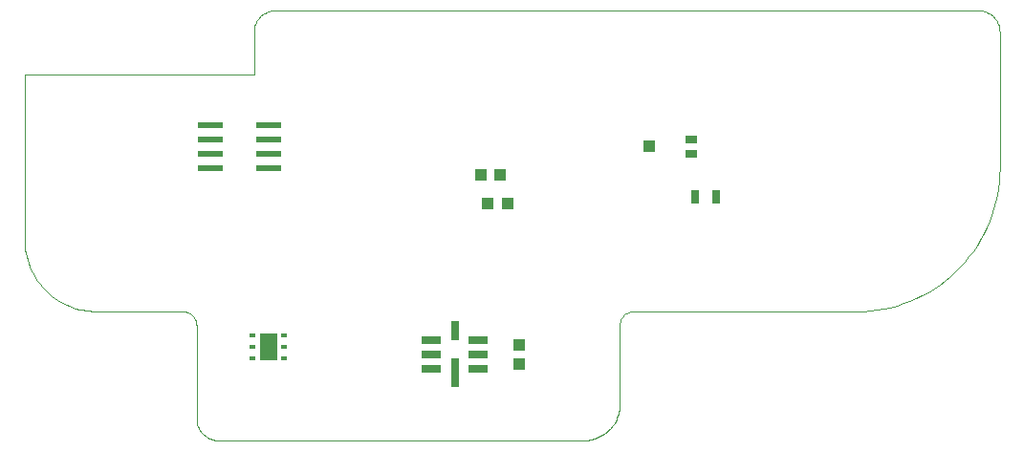
<source format=gtp>
G75*
G70*
%OFA0B0*%
%FSLAX24Y24*%
%IPPOS*%
%LPD*%
%AMOC8*
5,1,8,0,0,1.08239X$1,22.5*
%
%ADD10C,0.0000*%
%ADD11R,0.0315X0.0984*%
%ADD12R,0.0315X0.0657*%
%ADD13R,0.0657X0.0315*%
%ADD14R,0.0394X0.0433*%
%ADD15R,0.0433X0.0394*%
%ADD16R,0.0433X0.0315*%
%ADD17R,0.0315X0.0472*%
%ADD18R,0.0236X0.0157*%
%ADD19R,0.0630X0.0945*%
%ADD20R,0.0866X0.0236*%
D10*
X006100Y000850D02*
X006100Y004100D01*
X006098Y004144D01*
X006092Y004187D01*
X006083Y004229D01*
X006070Y004271D01*
X006053Y004311D01*
X006033Y004350D01*
X006010Y004387D01*
X005983Y004421D01*
X005954Y004454D01*
X005921Y004483D01*
X005887Y004510D01*
X005850Y004533D01*
X005811Y004553D01*
X005771Y004570D01*
X005729Y004583D01*
X005687Y004592D01*
X005644Y004598D01*
X005600Y004600D01*
X002600Y004600D01*
X002481Y004603D01*
X002362Y004611D01*
X002244Y004625D01*
X002127Y004645D01*
X002011Y004670D01*
X001896Y004701D01*
X001782Y004737D01*
X001671Y004779D01*
X001561Y004826D01*
X001454Y004878D01*
X001350Y004935D01*
X001248Y004997D01*
X001150Y005064D01*
X001055Y005135D01*
X000963Y005211D01*
X000875Y005291D01*
X000791Y005375D01*
X000711Y005463D01*
X000635Y005555D01*
X000564Y005650D01*
X000497Y005748D01*
X000435Y005850D01*
X000378Y005954D01*
X000326Y006061D01*
X000279Y006171D01*
X000237Y006282D01*
X000201Y006396D01*
X000170Y006511D01*
X000145Y006627D01*
X000125Y006744D01*
X000111Y006862D01*
X000103Y006981D01*
X000100Y007100D01*
X000100Y012850D01*
X008100Y012850D01*
X008100Y014350D01*
X008102Y014404D01*
X008108Y014457D01*
X008117Y014509D01*
X008130Y014561D01*
X008147Y014612D01*
X008168Y014662D01*
X008192Y014709D01*
X008219Y014755D01*
X008250Y014799D01*
X008283Y014841D01*
X008320Y014880D01*
X008359Y014917D01*
X008401Y014950D01*
X008445Y014981D01*
X008491Y015008D01*
X008538Y015032D01*
X008588Y015053D01*
X008639Y015070D01*
X008691Y015083D01*
X008743Y015092D01*
X008796Y015098D01*
X008850Y015100D01*
X033350Y015100D01*
X033404Y015098D01*
X033457Y015092D01*
X033509Y015083D01*
X033561Y015070D01*
X033612Y015053D01*
X033662Y015032D01*
X033709Y015008D01*
X033755Y014981D01*
X033799Y014950D01*
X033841Y014917D01*
X033880Y014880D01*
X033917Y014841D01*
X033950Y014799D01*
X033981Y014755D01*
X034008Y014709D01*
X034032Y014662D01*
X034053Y014612D01*
X034070Y014561D01*
X034083Y014509D01*
X034092Y014457D01*
X034098Y014404D01*
X034100Y014350D01*
X034100Y009600D01*
X034094Y009362D01*
X034077Y009125D01*
X034049Y008888D01*
X034010Y008654D01*
X033959Y008421D01*
X033897Y008191D01*
X033825Y007965D01*
X033742Y007742D01*
X033648Y007523D01*
X033544Y007309D01*
X033430Y007100D01*
X033306Y006897D01*
X033173Y006700D01*
X033030Y006509D01*
X032879Y006326D01*
X032719Y006150D01*
X032550Y005981D01*
X032374Y005821D01*
X032191Y005670D01*
X032000Y005527D01*
X031803Y005394D01*
X031600Y005270D01*
X031391Y005156D01*
X031177Y005052D01*
X030958Y004958D01*
X030735Y004875D01*
X030509Y004803D01*
X030279Y004741D01*
X030046Y004690D01*
X029812Y004651D01*
X029575Y004623D01*
X029338Y004606D01*
X029100Y004600D01*
X021350Y004600D01*
X021306Y004598D01*
X021263Y004592D01*
X021221Y004583D01*
X021179Y004570D01*
X021139Y004553D01*
X021100Y004533D01*
X021063Y004510D01*
X021029Y004483D01*
X020996Y004454D01*
X020967Y004421D01*
X020940Y004387D01*
X020917Y004350D01*
X020897Y004311D01*
X020880Y004271D01*
X020867Y004229D01*
X020858Y004187D01*
X020852Y004144D01*
X020850Y004100D01*
X020850Y001350D01*
X020848Y001282D01*
X020843Y001215D01*
X020834Y001148D01*
X020821Y001081D01*
X020804Y001016D01*
X020785Y000951D01*
X020761Y000887D01*
X020734Y000825D01*
X020704Y000764D01*
X020671Y000706D01*
X020635Y000649D01*
X020595Y000594D01*
X020553Y000541D01*
X020507Y000490D01*
X020460Y000443D01*
X020409Y000397D01*
X020356Y000355D01*
X020301Y000315D01*
X020244Y000279D01*
X020186Y000246D01*
X020125Y000216D01*
X020063Y000189D01*
X019999Y000165D01*
X019934Y000146D01*
X019869Y000129D01*
X019802Y000116D01*
X019735Y000107D01*
X019668Y000102D01*
X019600Y000100D01*
X006850Y000100D01*
X006796Y000102D01*
X006743Y000108D01*
X006691Y000117D01*
X006639Y000130D01*
X006588Y000147D01*
X006538Y000168D01*
X006491Y000192D01*
X006445Y000219D01*
X006401Y000250D01*
X006359Y000283D01*
X006320Y000320D01*
X006283Y000359D01*
X006250Y000401D01*
X006219Y000445D01*
X006192Y000491D01*
X006168Y000538D01*
X006147Y000588D01*
X006130Y000639D01*
X006117Y000691D01*
X006108Y000743D01*
X006102Y000796D01*
X006100Y000850D01*
D11*
X015100Y002450D03*
D12*
X015100Y003913D03*
D13*
X015913Y003600D03*
X015913Y003100D03*
X015913Y002600D03*
X014287Y002600D03*
X014287Y003100D03*
X014287Y003600D03*
D14*
X017350Y003435D03*
X017350Y002765D03*
D15*
X016935Y008350D03*
X016265Y008350D03*
X016015Y009350D03*
X016685Y009350D03*
X021868Y010346D03*
D16*
X023336Y010094D03*
X023336Y010606D03*
D17*
X023496Y008600D03*
X024204Y008600D03*
D18*
X009151Y003744D03*
X009151Y003350D03*
X009151Y002956D03*
X008049Y002956D03*
X008049Y003350D03*
X008049Y003744D03*
D19*
X008600Y003350D03*
D20*
X008624Y009600D03*
X008624Y010100D03*
X008624Y010600D03*
X008624Y011100D03*
X006576Y011100D03*
X006576Y010600D03*
X006576Y010100D03*
X006576Y009600D03*
M02*

</source>
